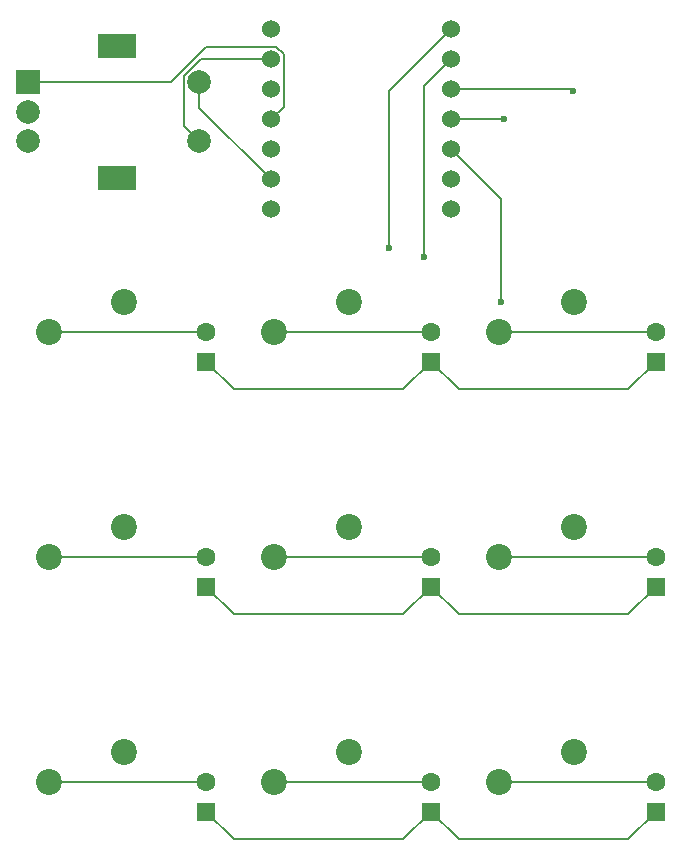
<source format=gbr>
%TF.GenerationSoftware,KiCad,Pcbnew,9.0.2*%
%TF.CreationDate,2025-06-03T16:25:14-04:00*%
%TF.ProjectId,HackpadAllan,4861636b-7061-4644-916c-6c616e2e6b69,rev?*%
%TF.SameCoordinates,Original*%
%TF.FileFunction,Copper,L1,Top*%
%TF.FilePolarity,Positive*%
%FSLAX46Y46*%
G04 Gerber Fmt 4.6, Leading zero omitted, Abs format (unit mm)*
G04 Created by KiCad (PCBNEW 9.0.2) date 2025-06-03 16:25:14*
%MOMM*%
%LPD*%
G01*
G04 APERTURE LIST*
G04 Aperture macros list*
%AMRoundRect*
0 Rectangle with rounded corners*
0 $1 Rounding radius*
0 $2 $3 $4 $5 $6 $7 $8 $9 X,Y pos of 4 corners*
0 Add a 4 corners polygon primitive as box body*
4,1,4,$2,$3,$4,$5,$6,$7,$8,$9,$2,$3,0*
0 Add four circle primitives for the rounded corners*
1,1,$1+$1,$2,$3*
1,1,$1+$1,$4,$5*
1,1,$1+$1,$6,$7*
1,1,$1+$1,$8,$9*
0 Add four rect primitives between the rounded corners*
20,1,$1+$1,$2,$3,$4,$5,0*
20,1,$1+$1,$4,$5,$6,$7,0*
20,1,$1+$1,$6,$7,$8,$9,0*
20,1,$1+$1,$8,$9,$2,$3,0*%
G04 Aperture macros list end*
%TA.AperFunction,ComponentPad*%
%ADD10C,2.200000*%
%TD*%
%TA.AperFunction,ComponentPad*%
%ADD11R,2.000000X2.000000*%
%TD*%
%TA.AperFunction,ComponentPad*%
%ADD12C,2.000000*%
%TD*%
%TA.AperFunction,ComponentPad*%
%ADD13R,3.200000X2.000000*%
%TD*%
%TA.AperFunction,ComponentPad*%
%ADD14RoundRect,0.250000X0.550000X-0.550000X0.550000X0.550000X-0.550000X0.550000X-0.550000X-0.550000X0*%
%TD*%
%TA.AperFunction,ComponentPad*%
%ADD15C,1.600000*%
%TD*%
%TA.AperFunction,ComponentPad*%
%ADD16C,1.524000*%
%TD*%
%TA.AperFunction,ViaPad*%
%ADD17C,0.600000*%
%TD*%
%TA.AperFunction,Conductor*%
%ADD18C,0.200000*%
%TD*%
G04 APERTURE END LIST*
D10*
%TO.P,SW4,1,1*%
%TO.N,Column 0*%
X133490000Y-101970000D03*
%TO.P,SW4,2,2*%
%TO.N,Net-(D4-A)*%
X127140000Y-104510000D03*
%TD*%
%TO.P,SW5,1,1*%
%TO.N,Column 1*%
X152540000Y-101970000D03*
%TO.P,SW5,2,2*%
%TO.N,Net-(D5-A)*%
X146190000Y-104510000D03*
%TD*%
%TO.P,SW8,1,1*%
%TO.N,Column 1*%
X152540000Y-121020000D03*
%TO.P,SW8,2,2*%
%TO.N,Net-(D8-A)*%
X146190000Y-123560000D03*
%TD*%
%TO.P,SW3,1,1*%
%TO.N,Column 2*%
X171590000Y-82920000D03*
%TO.P,SW3,2,2*%
%TO.N,Net-(D3-A)*%
X165240000Y-85460000D03*
%TD*%
%TO.P,SW2,1,1*%
%TO.N,Column 1*%
X152540000Y-82920000D03*
%TO.P,SW2,2,2*%
%TO.N,Net-(D2-A)*%
X146190000Y-85460000D03*
%TD*%
%TO.P,SW6,1,1*%
%TO.N,Column 2*%
X171590000Y-101970000D03*
%TO.P,SW6,2,2*%
%TO.N,Net-(D6-A)*%
X165240000Y-104510000D03*
%TD*%
D11*
%TO.P,SW10,A,A*%
%TO.N,Rot A*%
X125393750Y-64350000D03*
D12*
%TO.P,SW10,B,B*%
%TO.N,Rot B*%
X125393750Y-69350000D03*
%TO.P,SW10,C,C*%
%TO.N,3.3V*%
X125393750Y-66850000D03*
D13*
%TO.P,SW10,MP*%
%TO.N,N/C*%
X132893750Y-61250000D03*
X132893750Y-72450000D03*
D12*
%TO.P,SW10,S1,S1*%
%TO.N,GND*%
X139893750Y-69350000D03*
%TO.P,SW10,S2,S2*%
%TO.N,Rot Switch*%
X139893750Y-64350000D03*
%TD*%
D10*
%TO.P,SW7,1,1*%
%TO.N,Column 0*%
X133490000Y-121020000D03*
%TO.P,SW7,2,2*%
%TO.N,Net-(D7-A)*%
X127140000Y-123560000D03*
%TD*%
%TO.P,SW1,1,1*%
%TO.N,Column 0*%
X133490000Y-82920000D03*
%TO.P,SW1,2,2*%
%TO.N,Net-(D1-A)*%
X127140000Y-85460000D03*
%TD*%
%TO.P,SW9,1,1*%
%TO.N,Column 2*%
X171590000Y-121020000D03*
%TO.P,SW9,2,2*%
%TO.N,Net-(D9-A)*%
X165240000Y-123560000D03*
%TD*%
D14*
%TO.P,D7,1,K*%
%TO.N,Row 2*%
X140475000Y-126100000D03*
D15*
%TO.P,D7,2,A*%
%TO.N,Net-(D7-A)*%
X140475000Y-123560000D03*
%TD*%
D14*
%TO.P,D3,1,K*%
%TO.N,Row 0*%
X178575000Y-88000000D03*
D15*
%TO.P,D3,2,A*%
%TO.N,Net-(D3-A)*%
X178575000Y-85460000D03*
%TD*%
D14*
%TO.P,D4,1,K*%
%TO.N,Row 1*%
X140475000Y-107050000D03*
D15*
%TO.P,D4,2,A*%
%TO.N,Net-(D4-A)*%
X140475000Y-104510000D03*
%TD*%
D14*
%TO.P,D5,1,K*%
%TO.N,Row 1*%
X159525000Y-107050000D03*
D15*
%TO.P,D5,2,A*%
%TO.N,Net-(D5-A)*%
X159525000Y-104510000D03*
%TD*%
D14*
%TO.P,D9,1,K*%
%TO.N,Row 2*%
X178575000Y-126100000D03*
D15*
%TO.P,D9,2,A*%
%TO.N,Net-(D9-A)*%
X178575000Y-123560000D03*
%TD*%
D14*
%TO.P,D8,1,K*%
%TO.N,Row 2*%
X159525000Y-126100000D03*
D15*
%TO.P,D8,2,A*%
%TO.N,Net-(D8-A)*%
X159525000Y-123560000D03*
%TD*%
D14*
%TO.P,D1,1,K*%
%TO.N,Row 0*%
X140475000Y-88000000D03*
D15*
%TO.P,D1,2,A*%
%TO.N,Net-(D1-A)*%
X140475000Y-85460000D03*
%TD*%
D16*
%TO.P,U1,1,GPIO26/ADC0/A0*%
%TO.N,Column 0*%
X161210000Y-59868500D03*
%TO.P,U1,2,GPIO27/ADC1/A1*%
%TO.N,Column 1*%
X161210000Y-62408500D03*
%TO.P,U1,3,GPIO28/ADC2/A2*%
%TO.N,Column 2*%
X161210000Y-64948500D03*
%TO.P,U1,4,GPIO29/ADC3/A3*%
%TO.N,Row 2*%
X161210000Y-67488500D03*
%TO.P,U1,5,GPIO6/SDA*%
%TO.N,Row 1*%
X161210000Y-70028500D03*
%TO.P,U1,6,GPIO7/SCL*%
%TO.N,Row 0*%
X161210000Y-72568500D03*
%TO.P,U1,7,GPIO0/TX*%
%TO.N,unconnected-(U1-GPIO0{slash}TX-Pad7)*%
X161210000Y-75108500D03*
%TO.P,U1,8,GPIO1/RX*%
%TO.N,unconnected-(U1-GPIO1{slash}RX-Pad8)*%
X145970000Y-75108500D03*
%TO.P,U1,9,GPIO2/SCK*%
%TO.N,Rot Switch*%
X145970000Y-72568500D03*
%TO.P,U1,10,GPIO4/MISO*%
%TO.N,Rot B*%
X145970000Y-70028500D03*
%TO.P,U1,11,GPIO3/MOSI*%
%TO.N,Rot A*%
X145970000Y-67488500D03*
%TO.P,U1,12,3V3*%
%TO.N,3.3V*%
X145970000Y-64948500D03*
%TO.P,U1,13,GND*%
%TO.N,GND*%
X145970000Y-62408500D03*
%TO.P,U1,14,VBUS*%
%TO.N,+5V*%
X145970000Y-59868500D03*
%TD*%
D14*
%TO.P,D2,1,K*%
%TO.N,Row 0*%
X159525000Y-88000000D03*
D15*
%TO.P,D2,2,A*%
%TO.N,Net-(D2-A)*%
X159525000Y-85460000D03*
%TD*%
D14*
%TO.P,D6,1,K*%
%TO.N,Row 1*%
X178575000Y-107050000D03*
D15*
%TO.P,D6,2,A*%
%TO.N,Net-(D6-A)*%
X178575000Y-104510000D03*
%TD*%
D17*
%TO.N,Row 1*%
X165450000Y-82920000D03*
%TO.N,Row 2*%
X165710000Y-67500000D03*
%TO.N,Column 0*%
X155990000Y-78380000D03*
%TO.N,Column 1*%
X158940000Y-79190000D03*
%TO.N,Column 2*%
X171510000Y-65130000D03*
%TD*%
D18*
%TO.N,Net-(D1-A)*%
X127140000Y-85460000D02*
X140475000Y-85460000D01*
%TO.N,Row 0*%
X140475000Y-88000000D02*
X142826000Y-90351000D01*
X161876000Y-90351000D02*
X176224000Y-90351000D01*
X159525000Y-88000000D02*
X161876000Y-90351000D01*
X176224000Y-90351000D02*
X178575000Y-88000000D01*
X142826000Y-90351000D02*
X157174000Y-90351000D01*
X157174000Y-90351000D02*
X159525000Y-88000000D01*
%TO.N,Net-(D2-A)*%
X146190000Y-85460000D02*
X159525000Y-85460000D01*
%TO.N,Net-(D3-A)*%
X165240000Y-85460000D02*
X178575000Y-85460000D01*
%TO.N,Net-(D4-A)*%
X127140000Y-104510000D02*
X140475000Y-104510000D01*
%TO.N,Row 1*%
X165450000Y-82920000D02*
X165450000Y-74268500D01*
X178575000Y-107050000D02*
X178330000Y-107050000D01*
X140475000Y-107050000D02*
X142826000Y-109401000D01*
X142826000Y-109401000D02*
X157174000Y-109401000D01*
X157174000Y-109401000D02*
X159525000Y-107050000D01*
X161876000Y-109401000D02*
X176224000Y-109401000D01*
X165450000Y-74268500D02*
X161210000Y-70028500D01*
X159525000Y-107050000D02*
X161876000Y-109401000D01*
X176224000Y-109401000D02*
X178575000Y-107050000D01*
%TO.N,Net-(D5-A)*%
X146190000Y-104510000D02*
X159525000Y-104510000D01*
%TO.N,Net-(D6-A)*%
X165240000Y-104510000D02*
X178575000Y-104510000D01*
%TO.N,Net-(D7-A)*%
X127140000Y-123560000D02*
X140475000Y-123560000D01*
%TO.N,Row 2*%
X157174000Y-128451000D02*
X159525000Y-126100000D01*
X176224000Y-128451000D02*
X178575000Y-126100000D01*
X165698500Y-67488500D02*
X161210000Y-67488500D01*
X178575000Y-126100000D02*
X177860000Y-126100000D01*
X161876000Y-128451000D02*
X176224000Y-128451000D01*
X165710000Y-67500000D02*
X165698500Y-67488500D01*
X140475000Y-126100000D02*
X142826000Y-128451000D01*
X142826000Y-128451000D02*
X157174000Y-128451000D01*
X159525000Y-126100000D02*
X161876000Y-128451000D01*
%TO.N,Net-(D8-A)*%
X146190000Y-123560000D02*
X159525000Y-123560000D01*
%TO.N,Net-(D9-A)*%
X165240000Y-123560000D02*
X178575000Y-123560000D01*
%TO.N,Column 0*%
X155990000Y-65088500D02*
X161210000Y-59868500D01*
X155990000Y-78380000D02*
X155990000Y-65088500D01*
%TO.N,Column 1*%
X158940000Y-64678500D02*
X161210000Y-62408500D01*
X158940000Y-79190000D02*
X158940000Y-64678500D01*
%TO.N,Column 2*%
X171510000Y-65130000D02*
X171328500Y-64948500D01*
X171328500Y-64948500D02*
X161210000Y-64948500D01*
%TO.N,GND*%
X139893750Y-69350000D02*
X138592750Y-68049000D01*
X139995358Y-62408500D02*
X145970000Y-62408500D01*
X138592750Y-68049000D02*
X138592750Y-63811108D01*
X138592750Y-63811108D02*
X139995358Y-62408500D01*
%TO.N,3.3V*%
X125393750Y-66850000D02*
X125393750Y-67166250D01*
X125393750Y-67166250D02*
X125360000Y-67200000D01*
%TO.N,Rot A*%
X147033000Y-61968190D02*
X147033000Y-66425500D01*
X146410310Y-61345500D02*
X147033000Y-61968190D01*
X147033000Y-66425500D02*
X145970000Y-67488500D01*
X140491258Y-61345500D02*
X146410310Y-61345500D01*
X137486758Y-64350000D02*
X140491258Y-61345500D01*
X125393750Y-64350000D02*
X137486758Y-64350000D01*
%TO.N,Rot Switch*%
X139893750Y-64350000D02*
X139893750Y-66492250D01*
X139893750Y-66492250D02*
X145970000Y-72568500D01*
%TD*%
M02*

</source>
